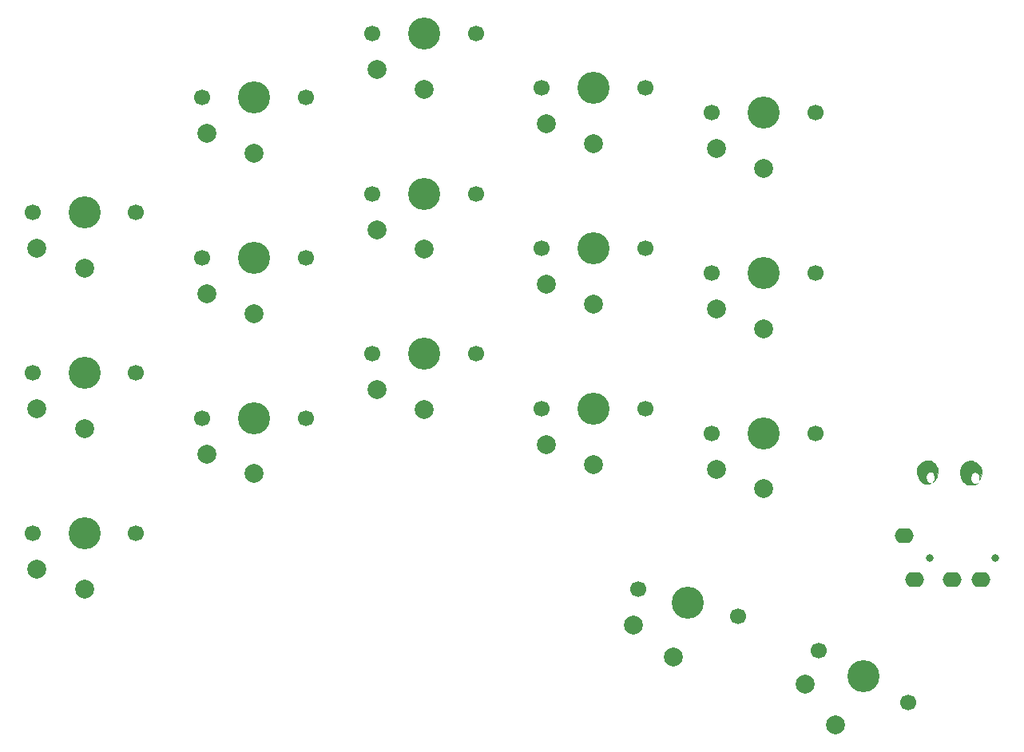
<source format=gbr>
%TF.GenerationSoftware,KiCad,Pcbnew,5.1.9*%
%TF.CreationDate,2021-04-16T22:18:37+02:00*%
%TF.ProjectId,handbrush,68616e64-6272-4757-9368-2e6b69636164,rev?*%
%TF.SameCoordinates,Original*%
%TF.FileFunction,Soldermask,Bot*%
%TF.FilePolarity,Negative*%
%FSLAX46Y46*%
G04 Gerber Fmt 4.6, Leading zero omitted, Abs format (unit mm)*
G04 Created by KiCad (PCBNEW 5.1.9) date 2021-04-16 22:18:37*
%MOMM*%
%LPD*%
G01*
G04 APERTURE LIST*
%ADD10C,0.010000*%
%ADD11C,2.000000*%
%ADD12C,1.700000*%
%ADD13C,3.400000*%
%ADD14O,2.000000X1.600000*%
%ADD15C,0.800000*%
G04 APERTURE END LIST*
D10*
%TO.C,G\u002A\u002A\u002A*%
G36*
X189909477Y-96391804D02*
G01*
X189903650Y-96382924D01*
X189883833Y-96381542D01*
X189862985Y-96386314D01*
X189872029Y-96393347D01*
X189902565Y-96395676D01*
X189909477Y-96391804D01*
G37*
X189909477Y-96391804D02*
X189903650Y-96382924D01*
X189883833Y-96381542D01*
X189862985Y-96386314D01*
X189872029Y-96393347D01*
X189902565Y-96395676D01*
X189909477Y-96391804D01*
G36*
X189973384Y-96370230D02*
G01*
X189963615Y-96360461D01*
X189953846Y-96370230D01*
X189963615Y-96380000D01*
X189973384Y-96370230D01*
G37*
X189973384Y-96370230D02*
X189963615Y-96360461D01*
X189953846Y-96370230D01*
X189963615Y-96380000D01*
X189973384Y-96370230D01*
G36*
X190034964Y-96346826D02*
G01*
X190051538Y-96331153D01*
X190068230Y-96306098D01*
X190056852Y-96306376D01*
X190021080Y-96330532D01*
X190000288Y-96351918D01*
X190005184Y-96359840D01*
X190034964Y-96346826D01*
G37*
X190034964Y-96346826D02*
X190051538Y-96331153D01*
X190068230Y-96306098D01*
X190056852Y-96306376D01*
X190021080Y-96330532D01*
X190000288Y-96351918D01*
X190005184Y-96359840D01*
X190034964Y-96346826D01*
G36*
X190286000Y-95940384D02*
G01*
X190276231Y-95930615D01*
X190266461Y-95940384D01*
X190276231Y-95950153D01*
X190286000Y-95940384D01*
G37*
X190286000Y-95940384D02*
X190276231Y-95930615D01*
X190266461Y-95940384D01*
X190276231Y-95950153D01*
X190286000Y-95940384D01*
G36*
X189593963Y-96458114D02*
G01*
X189738923Y-96431802D01*
X189797954Y-96416762D01*
X189822940Y-96407178D01*
X189817910Y-96399702D01*
X189787769Y-96391203D01*
X189655939Y-96339672D01*
X189544924Y-96255618D01*
X189456368Y-96140569D01*
X189406539Y-96037088D01*
X189372934Y-95910871D01*
X189359419Y-95767694D01*
X189366052Y-95622880D01*
X189392892Y-95491750D01*
X189404329Y-95458818D01*
X189454416Y-95359361D01*
X189521994Y-95265665D01*
X189597926Y-95188715D01*
X189668093Y-95141777D01*
X189773476Y-95112263D01*
X189885056Y-95116283D01*
X189993118Y-95151682D01*
X190087944Y-95216306D01*
X190111479Y-95240095D01*
X190177833Y-95323178D01*
X190225024Y-95408361D01*
X190256566Y-95505516D01*
X190275971Y-95624513D01*
X190284176Y-95725461D01*
X190295769Y-95920846D01*
X190358640Y-95764538D01*
X190444246Y-95518971D01*
X190495997Y-95291060D01*
X190513959Y-95079063D01*
X190498200Y-94881240D01*
X190448787Y-94695851D01*
X190404189Y-94592230D01*
X190305134Y-94433916D01*
X190172494Y-94288148D01*
X190010674Y-94158314D01*
X189824079Y-94047801D01*
X189617112Y-93959996D01*
X189556134Y-93939949D01*
X189490818Y-93919825D01*
X189444406Y-93907791D01*
X189404949Y-93903452D01*
X189360501Y-93906410D01*
X189299112Y-93916268D01*
X189228600Y-93929069D01*
X189007338Y-93984012D01*
X188815851Y-94063830D01*
X188653036Y-94169446D01*
X188517791Y-94301784D01*
X188409014Y-94461769D01*
X188325603Y-94650324D01*
X188309310Y-94699692D01*
X188292091Y-94759217D01*
X188279824Y-94814990D01*
X188271713Y-94875475D01*
X188266965Y-94949134D01*
X188264785Y-95044432D01*
X188264380Y-95169831D01*
X188264395Y-95178384D01*
X188264928Y-95301207D01*
X188266685Y-95393467D01*
X188270703Y-95463677D01*
X188278018Y-95520351D01*
X188289665Y-95572003D01*
X188306681Y-95627146D01*
X188325643Y-95681719D01*
X188415553Y-95891967D01*
X188524927Y-96068710D01*
X188654724Y-96212860D01*
X188805902Y-96325332D01*
X188979421Y-96407037D01*
X189133231Y-96450494D01*
X189272255Y-96468725D01*
X189431069Y-96471103D01*
X189593963Y-96458114D01*
G37*
X189593963Y-96458114D02*
X189738923Y-96431802D01*
X189797954Y-96416762D01*
X189822940Y-96407178D01*
X189817910Y-96399702D01*
X189787769Y-96391203D01*
X189655939Y-96339672D01*
X189544924Y-96255618D01*
X189456368Y-96140569D01*
X189406539Y-96037088D01*
X189372934Y-95910871D01*
X189359419Y-95767694D01*
X189366052Y-95622880D01*
X189392892Y-95491750D01*
X189404329Y-95458818D01*
X189454416Y-95359361D01*
X189521994Y-95265665D01*
X189597926Y-95188715D01*
X189668093Y-95141777D01*
X189773476Y-95112263D01*
X189885056Y-95116283D01*
X189993118Y-95151682D01*
X190087944Y-95216306D01*
X190111479Y-95240095D01*
X190177833Y-95323178D01*
X190225024Y-95408361D01*
X190256566Y-95505516D01*
X190275971Y-95624513D01*
X190284176Y-95725461D01*
X190295769Y-95920846D01*
X190358640Y-95764538D01*
X190444246Y-95518971D01*
X190495997Y-95291060D01*
X190513959Y-95079063D01*
X190498200Y-94881240D01*
X190448787Y-94695851D01*
X190404189Y-94592230D01*
X190305134Y-94433916D01*
X190172494Y-94288148D01*
X190010674Y-94158314D01*
X189824079Y-94047801D01*
X189617112Y-93959996D01*
X189556134Y-93939949D01*
X189490818Y-93919825D01*
X189444406Y-93907791D01*
X189404949Y-93903452D01*
X189360501Y-93906410D01*
X189299112Y-93916268D01*
X189228600Y-93929069D01*
X189007338Y-93984012D01*
X188815851Y-94063830D01*
X188653036Y-94169446D01*
X188517791Y-94301784D01*
X188409014Y-94461769D01*
X188325603Y-94650324D01*
X188309310Y-94699692D01*
X188292091Y-94759217D01*
X188279824Y-94814990D01*
X188271713Y-94875475D01*
X188266965Y-94949134D01*
X188264785Y-95044432D01*
X188264380Y-95169831D01*
X188264395Y-95178384D01*
X188264928Y-95301207D01*
X188266685Y-95393467D01*
X188270703Y-95463677D01*
X188278018Y-95520351D01*
X188289665Y-95572003D01*
X188306681Y-95627146D01*
X188325643Y-95681719D01*
X188415553Y-95891967D01*
X188524927Y-96068710D01*
X188654724Y-96212860D01*
X188805902Y-96325332D01*
X188979421Y-96407037D01*
X189133231Y-96450494D01*
X189272255Y-96468725D01*
X189431069Y-96471103D01*
X189593963Y-96458114D01*
G36*
X184853353Y-96392971D02*
G01*
X184928650Y-96378281D01*
X184994731Y-96359207D01*
X185137615Y-96314322D01*
X185036400Y-96300614D01*
X184926500Y-96271042D01*
X184833524Y-96212544D01*
X184753649Y-96121843D01*
X184684580Y-95998942D01*
X184658551Y-95938761D01*
X184642298Y-95885244D01*
X184633596Y-95825688D01*
X184630220Y-95747391D01*
X184629824Y-95686384D01*
X184631087Y-95590747D01*
X184636357Y-95521430D01*
X184647858Y-95465719D01*
X184667811Y-95410896D01*
X184684472Y-95373769D01*
X184746586Y-95265055D01*
X184820510Y-95175164D01*
X184899306Y-95111600D01*
X184948190Y-95088494D01*
X185063748Y-95067897D01*
X185171321Y-95081784D01*
X185268793Y-95126008D01*
X185354049Y-95196420D01*
X185424971Y-95288870D01*
X185479446Y-95399211D01*
X185515358Y-95523294D01*
X185530591Y-95656970D01*
X185523028Y-95796091D01*
X185490556Y-95936507D01*
X185441113Y-96055101D01*
X185382231Y-96169818D01*
X185465077Y-96102461D01*
X185517170Y-96046781D01*
X185576211Y-95961984D01*
X185637872Y-95856369D01*
X185697826Y-95738234D01*
X185751744Y-95615876D01*
X185795298Y-95497596D01*
X185814564Y-95432384D01*
X185853092Y-95217261D01*
X185857997Y-95000980D01*
X185830016Y-94790327D01*
X185769886Y-94592091D01*
X185709554Y-94465230D01*
X185648918Y-94370430D01*
X185569852Y-94266083D01*
X185482683Y-94164542D01*
X185397738Y-94078159D01*
X185354676Y-94040760D01*
X185237291Y-93969002D01*
X185096390Y-93918127D01*
X184942901Y-93890562D01*
X184787752Y-93888734D01*
X184712915Y-93898240D01*
X184568226Y-93934815D01*
X184408228Y-93993140D01*
X184245499Y-94067593D01*
X184092621Y-94152552D01*
X183989872Y-94221344D01*
X183874803Y-94329773D01*
X183783713Y-94465854D01*
X183717816Y-94625477D01*
X183678326Y-94804533D01*
X183666456Y-94998912D01*
X183683419Y-95204506D01*
X183689148Y-95239651D01*
X183738144Y-95461574D01*
X183805803Y-95682227D01*
X183885861Y-95881769D01*
X183971130Y-96022004D01*
X184089903Y-96148873D01*
X184237681Y-96258100D01*
X184342090Y-96315180D01*
X184422671Y-96351902D01*
X184488830Y-96374715D01*
X184556900Y-96387617D01*
X184643212Y-96394606D01*
X184672346Y-96396024D01*
X184773628Y-96398233D01*
X184853353Y-96392971D01*
G37*
X184853353Y-96392971D02*
X184928650Y-96378281D01*
X184994731Y-96359207D01*
X185137615Y-96314322D01*
X185036400Y-96300614D01*
X184926500Y-96271042D01*
X184833524Y-96212544D01*
X184753649Y-96121843D01*
X184684580Y-95998942D01*
X184658551Y-95938761D01*
X184642298Y-95885244D01*
X184633596Y-95825688D01*
X184630220Y-95747391D01*
X184629824Y-95686384D01*
X184631087Y-95590747D01*
X184636357Y-95521430D01*
X184647858Y-95465719D01*
X184667811Y-95410896D01*
X184684472Y-95373769D01*
X184746586Y-95265055D01*
X184820510Y-95175164D01*
X184899306Y-95111600D01*
X184948190Y-95088494D01*
X185063748Y-95067897D01*
X185171321Y-95081784D01*
X185268793Y-95126008D01*
X185354049Y-95196420D01*
X185424971Y-95288870D01*
X185479446Y-95399211D01*
X185515358Y-95523294D01*
X185530591Y-95656970D01*
X185523028Y-95796091D01*
X185490556Y-95936507D01*
X185441113Y-96055101D01*
X185382231Y-96169818D01*
X185465077Y-96102461D01*
X185517170Y-96046781D01*
X185576211Y-95961984D01*
X185637872Y-95856369D01*
X185697826Y-95738234D01*
X185751744Y-95615876D01*
X185795298Y-95497596D01*
X185814564Y-95432384D01*
X185853092Y-95217261D01*
X185857997Y-95000980D01*
X185830016Y-94790327D01*
X185769886Y-94592091D01*
X185709554Y-94465230D01*
X185648918Y-94370430D01*
X185569852Y-94266083D01*
X185482683Y-94164542D01*
X185397738Y-94078159D01*
X185354676Y-94040760D01*
X185237291Y-93969002D01*
X185096390Y-93918127D01*
X184942901Y-93890562D01*
X184787752Y-93888734D01*
X184712915Y-93898240D01*
X184568226Y-93934815D01*
X184408228Y-93993140D01*
X184245499Y-94067593D01*
X184092621Y-94152552D01*
X183989872Y-94221344D01*
X183874803Y-94329773D01*
X183783713Y-94465854D01*
X183717816Y-94625477D01*
X183678326Y-94804533D01*
X183666456Y-94998912D01*
X183683419Y-95204506D01*
X183689148Y-95239651D01*
X183738144Y-95461574D01*
X183805803Y-95682227D01*
X183885861Y-95881769D01*
X183971130Y-96022004D01*
X184089903Y-96148873D01*
X184237681Y-96258100D01*
X184342090Y-96315180D01*
X184422671Y-96351902D01*
X184488830Y-96374715D01*
X184556900Y-96387617D01*
X184643212Y-96394606D01*
X184672346Y-96396024D01*
X184773628Y-96398233D01*
X184853353Y-96392971D01*
%TD*%
D11*
%TO.C,MX17*%
X175050000Y-121909550D03*
X171769873Y-117590897D03*
D12*
X173236860Y-114050000D03*
X182763140Y-119550000D03*
D13*
X178000000Y-116800000D03*
%TD*%
D11*
%TO.C,MX16*%
X167400000Y-96900000D03*
X162400000Y-94800000D03*
D12*
X161900000Y-91000000D03*
X172900000Y-91000000D03*
D13*
X167400000Y-91000000D03*
%TD*%
D11*
%TO.C,MX15*%
X167400000Y-79900000D03*
X162400000Y-77800000D03*
D12*
X161900000Y-74000000D03*
X172900000Y-74000000D03*
D13*
X167400000Y-74000000D03*
%TD*%
D11*
%TO.C,MX14*%
X167400000Y-62900000D03*
X162400000Y-60800000D03*
D12*
X161900000Y-57000000D03*
X172900000Y-57000000D03*
D13*
X167400000Y-57000000D03*
%TD*%
D11*
%TO.C,MX13*%
X157872968Y-114698962D03*
X153586858Y-111376423D03*
D12*
X154087408Y-107576495D03*
X164712592Y-110423505D03*
D13*
X159400000Y-109000000D03*
%TD*%
D11*
%TO.C,MX12*%
X149400000Y-94300000D03*
X144400000Y-92200000D03*
D12*
X143900000Y-88400000D03*
X154900000Y-88400000D03*
D13*
X149400000Y-88400000D03*
%TD*%
D11*
%TO.C,MX11*%
X149400000Y-77300000D03*
X144400000Y-75200000D03*
D12*
X143900000Y-71400000D03*
X154900000Y-71400000D03*
D13*
X149400000Y-71400000D03*
%TD*%
D11*
%TO.C,MX10*%
X149400000Y-60300000D03*
X144400000Y-58200000D03*
D12*
X143900000Y-54400000D03*
X154900000Y-54400000D03*
D13*
X149400000Y-54400000D03*
%TD*%
D11*
%TO.C,MX9*%
X131400000Y-88500000D03*
X126400000Y-86400000D03*
D12*
X125900000Y-82600000D03*
X136900000Y-82600000D03*
D13*
X131400000Y-82600000D03*
%TD*%
D11*
%TO.C,MX8*%
X131400000Y-71500000D03*
X126400000Y-69400000D03*
D12*
X125900000Y-65600000D03*
X136900000Y-65600000D03*
D13*
X131400000Y-65600000D03*
%TD*%
D11*
%TO.C,MX7*%
X131400000Y-54500000D03*
X126400000Y-52400000D03*
D12*
X125900000Y-48600000D03*
X136900000Y-48600000D03*
D13*
X131400000Y-48600000D03*
%TD*%
D11*
%TO.C,MX6*%
X113400000Y-95300000D03*
X108400000Y-93200000D03*
D12*
X107900000Y-89400000D03*
X118900000Y-89400000D03*
D13*
X113400000Y-89400000D03*
%TD*%
D11*
%TO.C,MX5*%
X113400000Y-78300000D03*
X108400000Y-76200000D03*
D12*
X107900000Y-72400000D03*
X118900000Y-72400000D03*
D13*
X113400000Y-72400000D03*
%TD*%
D11*
%TO.C,MX4*%
X113400000Y-61300000D03*
X108400000Y-59200000D03*
D12*
X107900000Y-55400000D03*
X118900000Y-55400000D03*
D13*
X113400000Y-55400000D03*
%TD*%
D11*
%TO.C,MX3*%
X95400000Y-107500000D03*
X90400000Y-105400000D03*
D12*
X89900000Y-101600000D03*
X100900000Y-101600000D03*
D13*
X95400000Y-101600000D03*
%TD*%
D11*
%TO.C,MX2*%
X95400000Y-90500000D03*
X90400000Y-88400000D03*
D12*
X89900000Y-84600000D03*
X100900000Y-84600000D03*
D13*
X95400000Y-84600000D03*
%TD*%
D11*
%TO.C,MX1*%
X95400000Y-73500000D03*
X90400000Y-71400000D03*
D12*
X89900000Y-67600000D03*
X100900000Y-67600000D03*
D13*
X95400000Y-67600000D03*
%TD*%
D14*
%TO.C,J1*%
X187400000Y-106500000D03*
D15*
X192000000Y-104200000D03*
X185000000Y-104200000D03*
D14*
X190400000Y-106500000D03*
X183400000Y-106500000D03*
X182300000Y-101900000D03*
%TD*%
M02*

</source>
